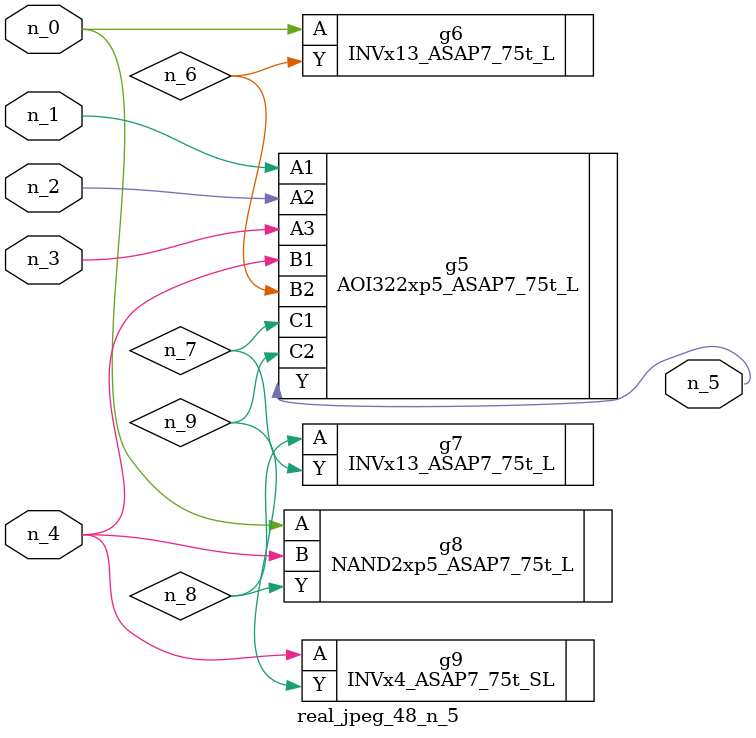
<source format=v>
module real_jpeg_48_n_5 (n_4, n_0, n_1, n_2, n_3, n_5);

input n_4;
input n_0;
input n_1;
input n_2;
input n_3;

output n_5;

wire n_8;
wire n_6;
wire n_7;
wire n_9;

INVx13_ASAP7_75t_L g6 ( 
.A(n_0),
.Y(n_6)
);

NAND2xp5_ASAP7_75t_L g8 ( 
.A(n_0),
.B(n_4),
.Y(n_8)
);

AOI322xp5_ASAP7_75t_L g5 ( 
.A1(n_1),
.A2(n_2),
.A3(n_3),
.B1(n_4),
.B2(n_6),
.C1(n_7),
.C2(n_9),
.Y(n_5)
);

INVx4_ASAP7_75t_SL g9 ( 
.A(n_4),
.Y(n_9)
);

INVx13_ASAP7_75t_L g7 ( 
.A(n_8),
.Y(n_7)
);


endmodule
</source>
